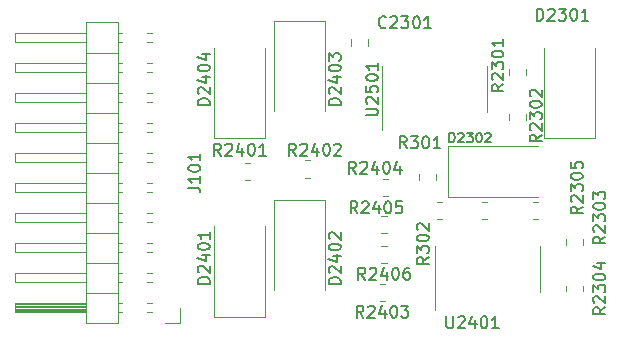
<source format=gbr>
G04 #@! TF.GenerationSoftware,KiCad,Pcbnew,8.0.0-rc2-192-gade987c101*
G04 #@! TF.CreationDate,2024-01-30T18:43:21+01:00*
G04 #@! TF.ProjectId,xDuinoRail-Breakout-RailcomDetect,78447569-6e6f-4526-9169-6c2d42726561,rev?*
G04 #@! TF.SameCoordinates,Original*
G04 #@! TF.FileFunction,Legend,Top*
G04 #@! TF.FilePolarity,Positive*
%FSLAX46Y46*%
G04 Gerber Fmt 4.6, Leading zero omitted, Abs format (unit mm)*
G04 Created by KiCad (PCBNEW 8.0.0-rc2-192-gade987c101) date 2024-01-30 18:43:21*
%MOMM*%
%LPD*%
G01*
G04 APERTURE LIST*
%ADD10C,0.150000*%
%ADD11C,0.120000*%
G04 APERTURE END LIST*
D10*
X157789761Y-114499819D02*
X157456428Y-114023628D01*
X157218333Y-114499819D02*
X157218333Y-113499819D01*
X157218333Y-113499819D02*
X157599285Y-113499819D01*
X157599285Y-113499819D02*
X157694523Y-113547438D01*
X157694523Y-113547438D02*
X157742142Y-113595057D01*
X157742142Y-113595057D02*
X157789761Y-113690295D01*
X157789761Y-113690295D02*
X157789761Y-113833152D01*
X157789761Y-113833152D02*
X157742142Y-113928390D01*
X157742142Y-113928390D02*
X157694523Y-113976009D01*
X157694523Y-113976009D02*
X157599285Y-114023628D01*
X157599285Y-114023628D02*
X157218333Y-114023628D01*
X158170714Y-113595057D02*
X158218333Y-113547438D01*
X158218333Y-113547438D02*
X158313571Y-113499819D01*
X158313571Y-113499819D02*
X158551666Y-113499819D01*
X158551666Y-113499819D02*
X158646904Y-113547438D01*
X158646904Y-113547438D02*
X158694523Y-113595057D01*
X158694523Y-113595057D02*
X158742142Y-113690295D01*
X158742142Y-113690295D02*
X158742142Y-113785533D01*
X158742142Y-113785533D02*
X158694523Y-113928390D01*
X158694523Y-113928390D02*
X158123095Y-114499819D01*
X158123095Y-114499819D02*
X158742142Y-114499819D01*
X159599285Y-113833152D02*
X159599285Y-114499819D01*
X159361190Y-113452200D02*
X159123095Y-114166485D01*
X159123095Y-114166485D02*
X159742142Y-114166485D01*
X160313571Y-113499819D02*
X160408809Y-113499819D01*
X160408809Y-113499819D02*
X160504047Y-113547438D01*
X160504047Y-113547438D02*
X160551666Y-113595057D01*
X160551666Y-113595057D02*
X160599285Y-113690295D01*
X160599285Y-113690295D02*
X160646904Y-113880771D01*
X160646904Y-113880771D02*
X160646904Y-114118866D01*
X160646904Y-114118866D02*
X160599285Y-114309342D01*
X160599285Y-114309342D02*
X160551666Y-114404580D01*
X160551666Y-114404580D02*
X160504047Y-114452200D01*
X160504047Y-114452200D02*
X160408809Y-114499819D01*
X160408809Y-114499819D02*
X160313571Y-114499819D01*
X160313571Y-114499819D02*
X160218333Y-114452200D01*
X160218333Y-114452200D02*
X160170714Y-114404580D01*
X160170714Y-114404580D02*
X160123095Y-114309342D01*
X160123095Y-114309342D02*
X160075476Y-114118866D01*
X160075476Y-114118866D02*
X160075476Y-113880771D01*
X160075476Y-113880771D02*
X160123095Y-113690295D01*
X160123095Y-113690295D02*
X160170714Y-113595057D01*
X160170714Y-113595057D02*
X160218333Y-113547438D01*
X160218333Y-113547438D02*
X160313571Y-113499819D01*
X160980238Y-113499819D02*
X161599285Y-113499819D01*
X161599285Y-113499819D02*
X161265952Y-113880771D01*
X161265952Y-113880771D02*
X161408809Y-113880771D01*
X161408809Y-113880771D02*
X161504047Y-113928390D01*
X161504047Y-113928390D02*
X161551666Y-113976009D01*
X161551666Y-113976009D02*
X161599285Y-114071247D01*
X161599285Y-114071247D02*
X161599285Y-114309342D01*
X161599285Y-114309342D02*
X161551666Y-114404580D01*
X161551666Y-114404580D02*
X161504047Y-114452200D01*
X161504047Y-114452200D02*
X161408809Y-114499819D01*
X161408809Y-114499819D02*
X161123095Y-114499819D01*
X161123095Y-114499819D02*
X161027857Y-114452200D01*
X161027857Y-114452200D02*
X160980238Y-114404580D01*
X152074761Y-100784819D02*
X151741428Y-100308628D01*
X151503333Y-100784819D02*
X151503333Y-99784819D01*
X151503333Y-99784819D02*
X151884285Y-99784819D01*
X151884285Y-99784819D02*
X151979523Y-99832438D01*
X151979523Y-99832438D02*
X152027142Y-99880057D01*
X152027142Y-99880057D02*
X152074761Y-99975295D01*
X152074761Y-99975295D02*
X152074761Y-100118152D01*
X152074761Y-100118152D02*
X152027142Y-100213390D01*
X152027142Y-100213390D02*
X151979523Y-100261009D01*
X151979523Y-100261009D02*
X151884285Y-100308628D01*
X151884285Y-100308628D02*
X151503333Y-100308628D01*
X152455714Y-99880057D02*
X152503333Y-99832438D01*
X152503333Y-99832438D02*
X152598571Y-99784819D01*
X152598571Y-99784819D02*
X152836666Y-99784819D01*
X152836666Y-99784819D02*
X152931904Y-99832438D01*
X152931904Y-99832438D02*
X152979523Y-99880057D01*
X152979523Y-99880057D02*
X153027142Y-99975295D01*
X153027142Y-99975295D02*
X153027142Y-100070533D01*
X153027142Y-100070533D02*
X152979523Y-100213390D01*
X152979523Y-100213390D02*
X152408095Y-100784819D01*
X152408095Y-100784819D02*
X153027142Y-100784819D01*
X153884285Y-100118152D02*
X153884285Y-100784819D01*
X153646190Y-99737200D02*
X153408095Y-100451485D01*
X153408095Y-100451485D02*
X154027142Y-100451485D01*
X154598571Y-99784819D02*
X154693809Y-99784819D01*
X154693809Y-99784819D02*
X154789047Y-99832438D01*
X154789047Y-99832438D02*
X154836666Y-99880057D01*
X154836666Y-99880057D02*
X154884285Y-99975295D01*
X154884285Y-99975295D02*
X154931904Y-100165771D01*
X154931904Y-100165771D02*
X154931904Y-100403866D01*
X154931904Y-100403866D02*
X154884285Y-100594342D01*
X154884285Y-100594342D02*
X154836666Y-100689580D01*
X154836666Y-100689580D02*
X154789047Y-100737200D01*
X154789047Y-100737200D02*
X154693809Y-100784819D01*
X154693809Y-100784819D02*
X154598571Y-100784819D01*
X154598571Y-100784819D02*
X154503333Y-100737200D01*
X154503333Y-100737200D02*
X154455714Y-100689580D01*
X154455714Y-100689580D02*
X154408095Y-100594342D01*
X154408095Y-100594342D02*
X154360476Y-100403866D01*
X154360476Y-100403866D02*
X154360476Y-100165771D01*
X154360476Y-100165771D02*
X154408095Y-99975295D01*
X154408095Y-99975295D02*
X154455714Y-99880057D01*
X154455714Y-99880057D02*
X154503333Y-99832438D01*
X154503333Y-99832438D02*
X154598571Y-99784819D01*
X155312857Y-99880057D02*
X155360476Y-99832438D01*
X155360476Y-99832438D02*
X155455714Y-99784819D01*
X155455714Y-99784819D02*
X155693809Y-99784819D01*
X155693809Y-99784819D02*
X155789047Y-99832438D01*
X155789047Y-99832438D02*
X155836666Y-99880057D01*
X155836666Y-99880057D02*
X155884285Y-99975295D01*
X155884285Y-99975295D02*
X155884285Y-100070533D01*
X155884285Y-100070533D02*
X155836666Y-100213390D01*
X155836666Y-100213390D02*
X155265238Y-100784819D01*
X155265238Y-100784819D02*
X155884285Y-100784819D01*
X178254819Y-113631307D02*
X177778628Y-113964640D01*
X178254819Y-114202735D02*
X177254819Y-114202735D01*
X177254819Y-114202735D02*
X177254819Y-113821783D01*
X177254819Y-113821783D02*
X177302438Y-113726545D01*
X177302438Y-113726545D02*
X177350057Y-113678926D01*
X177350057Y-113678926D02*
X177445295Y-113631307D01*
X177445295Y-113631307D02*
X177588152Y-113631307D01*
X177588152Y-113631307D02*
X177683390Y-113678926D01*
X177683390Y-113678926D02*
X177731009Y-113726545D01*
X177731009Y-113726545D02*
X177778628Y-113821783D01*
X177778628Y-113821783D02*
X177778628Y-114202735D01*
X177350057Y-113250354D02*
X177302438Y-113202735D01*
X177302438Y-113202735D02*
X177254819Y-113107497D01*
X177254819Y-113107497D02*
X177254819Y-112869402D01*
X177254819Y-112869402D02*
X177302438Y-112774164D01*
X177302438Y-112774164D02*
X177350057Y-112726545D01*
X177350057Y-112726545D02*
X177445295Y-112678926D01*
X177445295Y-112678926D02*
X177540533Y-112678926D01*
X177540533Y-112678926D02*
X177683390Y-112726545D01*
X177683390Y-112726545D02*
X178254819Y-113297973D01*
X178254819Y-113297973D02*
X178254819Y-112678926D01*
X177254819Y-112345592D02*
X177254819Y-111726545D01*
X177254819Y-111726545D02*
X177635771Y-112059878D01*
X177635771Y-112059878D02*
X177635771Y-111917021D01*
X177635771Y-111917021D02*
X177683390Y-111821783D01*
X177683390Y-111821783D02*
X177731009Y-111774164D01*
X177731009Y-111774164D02*
X177826247Y-111726545D01*
X177826247Y-111726545D02*
X178064342Y-111726545D01*
X178064342Y-111726545D02*
X178159580Y-111774164D01*
X178159580Y-111774164D02*
X178207200Y-111821783D01*
X178207200Y-111821783D02*
X178254819Y-111917021D01*
X178254819Y-111917021D02*
X178254819Y-112202735D01*
X178254819Y-112202735D02*
X178207200Y-112297973D01*
X178207200Y-112297973D02*
X178159580Y-112345592D01*
X177254819Y-111107497D02*
X177254819Y-111012259D01*
X177254819Y-111012259D02*
X177302438Y-110917021D01*
X177302438Y-110917021D02*
X177350057Y-110869402D01*
X177350057Y-110869402D02*
X177445295Y-110821783D01*
X177445295Y-110821783D02*
X177635771Y-110774164D01*
X177635771Y-110774164D02*
X177873866Y-110774164D01*
X177873866Y-110774164D02*
X178064342Y-110821783D01*
X178064342Y-110821783D02*
X178159580Y-110869402D01*
X178159580Y-110869402D02*
X178207200Y-110917021D01*
X178207200Y-110917021D02*
X178254819Y-111012259D01*
X178254819Y-111012259D02*
X178254819Y-111107497D01*
X178254819Y-111107497D02*
X178207200Y-111202735D01*
X178207200Y-111202735D02*
X178159580Y-111250354D01*
X178159580Y-111250354D02*
X178064342Y-111297973D01*
X178064342Y-111297973D02*
X177873866Y-111345592D01*
X177873866Y-111345592D02*
X177635771Y-111345592D01*
X177635771Y-111345592D02*
X177445295Y-111297973D01*
X177445295Y-111297973D02*
X177350057Y-111250354D01*
X177350057Y-111250354D02*
X177302438Y-111202735D01*
X177302438Y-111202735D02*
X177254819Y-111107497D01*
X177588152Y-109917021D02*
X178254819Y-109917021D01*
X177207200Y-110155116D02*
X177921485Y-110393211D01*
X177921485Y-110393211D02*
X177921485Y-109774164D01*
X172458333Y-89354819D02*
X172458333Y-88354819D01*
X172458333Y-88354819D02*
X172696428Y-88354819D01*
X172696428Y-88354819D02*
X172839285Y-88402438D01*
X172839285Y-88402438D02*
X172934523Y-88497676D01*
X172934523Y-88497676D02*
X172982142Y-88592914D01*
X172982142Y-88592914D02*
X173029761Y-88783390D01*
X173029761Y-88783390D02*
X173029761Y-88926247D01*
X173029761Y-88926247D02*
X172982142Y-89116723D01*
X172982142Y-89116723D02*
X172934523Y-89211961D01*
X172934523Y-89211961D02*
X172839285Y-89307200D01*
X172839285Y-89307200D02*
X172696428Y-89354819D01*
X172696428Y-89354819D02*
X172458333Y-89354819D01*
X173410714Y-88450057D02*
X173458333Y-88402438D01*
X173458333Y-88402438D02*
X173553571Y-88354819D01*
X173553571Y-88354819D02*
X173791666Y-88354819D01*
X173791666Y-88354819D02*
X173886904Y-88402438D01*
X173886904Y-88402438D02*
X173934523Y-88450057D01*
X173934523Y-88450057D02*
X173982142Y-88545295D01*
X173982142Y-88545295D02*
X173982142Y-88640533D01*
X173982142Y-88640533D02*
X173934523Y-88783390D01*
X173934523Y-88783390D02*
X173363095Y-89354819D01*
X173363095Y-89354819D02*
X173982142Y-89354819D01*
X174315476Y-88354819D02*
X174934523Y-88354819D01*
X174934523Y-88354819D02*
X174601190Y-88735771D01*
X174601190Y-88735771D02*
X174744047Y-88735771D01*
X174744047Y-88735771D02*
X174839285Y-88783390D01*
X174839285Y-88783390D02*
X174886904Y-88831009D01*
X174886904Y-88831009D02*
X174934523Y-88926247D01*
X174934523Y-88926247D02*
X174934523Y-89164342D01*
X174934523Y-89164342D02*
X174886904Y-89259580D01*
X174886904Y-89259580D02*
X174839285Y-89307200D01*
X174839285Y-89307200D02*
X174744047Y-89354819D01*
X174744047Y-89354819D02*
X174458333Y-89354819D01*
X174458333Y-89354819D02*
X174363095Y-89307200D01*
X174363095Y-89307200D02*
X174315476Y-89259580D01*
X175553571Y-88354819D02*
X175648809Y-88354819D01*
X175648809Y-88354819D02*
X175744047Y-88402438D01*
X175744047Y-88402438D02*
X175791666Y-88450057D01*
X175791666Y-88450057D02*
X175839285Y-88545295D01*
X175839285Y-88545295D02*
X175886904Y-88735771D01*
X175886904Y-88735771D02*
X175886904Y-88973866D01*
X175886904Y-88973866D02*
X175839285Y-89164342D01*
X175839285Y-89164342D02*
X175791666Y-89259580D01*
X175791666Y-89259580D02*
X175744047Y-89307200D01*
X175744047Y-89307200D02*
X175648809Y-89354819D01*
X175648809Y-89354819D02*
X175553571Y-89354819D01*
X175553571Y-89354819D02*
X175458333Y-89307200D01*
X175458333Y-89307200D02*
X175410714Y-89259580D01*
X175410714Y-89259580D02*
X175363095Y-89164342D01*
X175363095Y-89164342D02*
X175315476Y-88973866D01*
X175315476Y-88973866D02*
X175315476Y-88735771D01*
X175315476Y-88735771D02*
X175363095Y-88545295D01*
X175363095Y-88545295D02*
X175410714Y-88450057D01*
X175410714Y-88450057D02*
X175458333Y-88402438D01*
X175458333Y-88402438D02*
X175553571Y-88354819D01*
X176839285Y-89354819D02*
X176267857Y-89354819D01*
X176553571Y-89354819D02*
X176553571Y-88354819D01*
X176553571Y-88354819D02*
X176458333Y-88497676D01*
X176458333Y-88497676D02*
X176363095Y-88592914D01*
X176363095Y-88592914D02*
X176267857Y-88640533D01*
X161440952Y-100149819D02*
X161107619Y-99673628D01*
X160869524Y-100149819D02*
X160869524Y-99149819D01*
X160869524Y-99149819D02*
X161250476Y-99149819D01*
X161250476Y-99149819D02*
X161345714Y-99197438D01*
X161345714Y-99197438D02*
X161393333Y-99245057D01*
X161393333Y-99245057D02*
X161440952Y-99340295D01*
X161440952Y-99340295D02*
X161440952Y-99483152D01*
X161440952Y-99483152D02*
X161393333Y-99578390D01*
X161393333Y-99578390D02*
X161345714Y-99626009D01*
X161345714Y-99626009D02*
X161250476Y-99673628D01*
X161250476Y-99673628D02*
X160869524Y-99673628D01*
X161774286Y-99149819D02*
X162393333Y-99149819D01*
X162393333Y-99149819D02*
X162060000Y-99530771D01*
X162060000Y-99530771D02*
X162202857Y-99530771D01*
X162202857Y-99530771D02*
X162298095Y-99578390D01*
X162298095Y-99578390D02*
X162345714Y-99626009D01*
X162345714Y-99626009D02*
X162393333Y-99721247D01*
X162393333Y-99721247D02*
X162393333Y-99959342D01*
X162393333Y-99959342D02*
X162345714Y-100054580D01*
X162345714Y-100054580D02*
X162298095Y-100102200D01*
X162298095Y-100102200D02*
X162202857Y-100149819D01*
X162202857Y-100149819D02*
X161917143Y-100149819D01*
X161917143Y-100149819D02*
X161821905Y-100102200D01*
X161821905Y-100102200D02*
X161774286Y-100054580D01*
X163012381Y-99149819D02*
X163107619Y-99149819D01*
X163107619Y-99149819D02*
X163202857Y-99197438D01*
X163202857Y-99197438D02*
X163250476Y-99245057D01*
X163250476Y-99245057D02*
X163298095Y-99340295D01*
X163298095Y-99340295D02*
X163345714Y-99530771D01*
X163345714Y-99530771D02*
X163345714Y-99768866D01*
X163345714Y-99768866D02*
X163298095Y-99959342D01*
X163298095Y-99959342D02*
X163250476Y-100054580D01*
X163250476Y-100054580D02*
X163202857Y-100102200D01*
X163202857Y-100102200D02*
X163107619Y-100149819D01*
X163107619Y-100149819D02*
X163012381Y-100149819D01*
X163012381Y-100149819D02*
X162917143Y-100102200D01*
X162917143Y-100102200D02*
X162869524Y-100054580D01*
X162869524Y-100054580D02*
X162821905Y-99959342D01*
X162821905Y-99959342D02*
X162774286Y-99768866D01*
X162774286Y-99768866D02*
X162774286Y-99530771D01*
X162774286Y-99530771D02*
X162821905Y-99340295D01*
X162821905Y-99340295D02*
X162869524Y-99245057D01*
X162869524Y-99245057D02*
X162917143Y-99197438D01*
X162917143Y-99197438D02*
X163012381Y-99149819D01*
X164298095Y-100149819D02*
X163726667Y-100149819D01*
X164012381Y-100149819D02*
X164012381Y-99149819D01*
X164012381Y-99149819D02*
X163917143Y-99292676D01*
X163917143Y-99292676D02*
X163821905Y-99387914D01*
X163821905Y-99387914D02*
X163726667Y-99435533D01*
X157936961Y-111281319D02*
X157603628Y-110805128D01*
X157365533Y-111281319D02*
X157365533Y-110281319D01*
X157365533Y-110281319D02*
X157746485Y-110281319D01*
X157746485Y-110281319D02*
X157841723Y-110328938D01*
X157841723Y-110328938D02*
X157889342Y-110376557D01*
X157889342Y-110376557D02*
X157936961Y-110471795D01*
X157936961Y-110471795D02*
X157936961Y-110614652D01*
X157936961Y-110614652D02*
X157889342Y-110709890D01*
X157889342Y-110709890D02*
X157841723Y-110757509D01*
X157841723Y-110757509D02*
X157746485Y-110805128D01*
X157746485Y-110805128D02*
X157365533Y-110805128D01*
X158317914Y-110376557D02*
X158365533Y-110328938D01*
X158365533Y-110328938D02*
X158460771Y-110281319D01*
X158460771Y-110281319D02*
X158698866Y-110281319D01*
X158698866Y-110281319D02*
X158794104Y-110328938D01*
X158794104Y-110328938D02*
X158841723Y-110376557D01*
X158841723Y-110376557D02*
X158889342Y-110471795D01*
X158889342Y-110471795D02*
X158889342Y-110567033D01*
X158889342Y-110567033D02*
X158841723Y-110709890D01*
X158841723Y-110709890D02*
X158270295Y-111281319D01*
X158270295Y-111281319D02*
X158889342Y-111281319D01*
X159746485Y-110614652D02*
X159746485Y-111281319D01*
X159508390Y-110233700D02*
X159270295Y-110947985D01*
X159270295Y-110947985D02*
X159889342Y-110947985D01*
X160460771Y-110281319D02*
X160556009Y-110281319D01*
X160556009Y-110281319D02*
X160651247Y-110328938D01*
X160651247Y-110328938D02*
X160698866Y-110376557D01*
X160698866Y-110376557D02*
X160746485Y-110471795D01*
X160746485Y-110471795D02*
X160794104Y-110662271D01*
X160794104Y-110662271D02*
X160794104Y-110900366D01*
X160794104Y-110900366D02*
X160746485Y-111090842D01*
X160746485Y-111090842D02*
X160698866Y-111186080D01*
X160698866Y-111186080D02*
X160651247Y-111233700D01*
X160651247Y-111233700D02*
X160556009Y-111281319D01*
X160556009Y-111281319D02*
X160460771Y-111281319D01*
X160460771Y-111281319D02*
X160365533Y-111233700D01*
X160365533Y-111233700D02*
X160317914Y-111186080D01*
X160317914Y-111186080D02*
X160270295Y-111090842D01*
X160270295Y-111090842D02*
X160222676Y-110900366D01*
X160222676Y-110900366D02*
X160222676Y-110662271D01*
X160222676Y-110662271D02*
X160270295Y-110471795D01*
X160270295Y-110471795D02*
X160317914Y-110376557D01*
X160317914Y-110376557D02*
X160365533Y-110328938D01*
X160365533Y-110328938D02*
X160460771Y-110281319D01*
X161651247Y-110281319D02*
X161460771Y-110281319D01*
X161460771Y-110281319D02*
X161365533Y-110328938D01*
X161365533Y-110328938D02*
X161317914Y-110376557D01*
X161317914Y-110376557D02*
X161222676Y-110519414D01*
X161222676Y-110519414D02*
X161175057Y-110709890D01*
X161175057Y-110709890D02*
X161175057Y-111090842D01*
X161175057Y-111090842D02*
X161222676Y-111186080D01*
X161222676Y-111186080D02*
X161270295Y-111233700D01*
X161270295Y-111233700D02*
X161365533Y-111281319D01*
X161365533Y-111281319D02*
X161556009Y-111281319D01*
X161556009Y-111281319D02*
X161651247Y-111233700D01*
X161651247Y-111233700D02*
X161698866Y-111186080D01*
X161698866Y-111186080D02*
X161746485Y-111090842D01*
X161746485Y-111090842D02*
X161746485Y-110852747D01*
X161746485Y-110852747D02*
X161698866Y-110757509D01*
X161698866Y-110757509D02*
X161651247Y-110709890D01*
X161651247Y-110709890D02*
X161556009Y-110662271D01*
X161556009Y-110662271D02*
X161365533Y-110662271D01*
X161365533Y-110662271D02*
X161270295Y-110709890D01*
X161270295Y-110709890D02*
X161222676Y-110757509D01*
X161222676Y-110757509D02*
X161175057Y-110852747D01*
X163307703Y-109372217D02*
X162831512Y-109705550D01*
X163307703Y-109943645D02*
X162307703Y-109943645D01*
X162307703Y-109943645D02*
X162307703Y-109562693D01*
X162307703Y-109562693D02*
X162355322Y-109467455D01*
X162355322Y-109467455D02*
X162402941Y-109419836D01*
X162402941Y-109419836D02*
X162498179Y-109372217D01*
X162498179Y-109372217D02*
X162641036Y-109372217D01*
X162641036Y-109372217D02*
X162736274Y-109419836D01*
X162736274Y-109419836D02*
X162783893Y-109467455D01*
X162783893Y-109467455D02*
X162831512Y-109562693D01*
X162831512Y-109562693D02*
X162831512Y-109943645D01*
X162307703Y-109038883D02*
X162307703Y-108419836D01*
X162307703Y-108419836D02*
X162688655Y-108753169D01*
X162688655Y-108753169D02*
X162688655Y-108610312D01*
X162688655Y-108610312D02*
X162736274Y-108515074D01*
X162736274Y-108515074D02*
X162783893Y-108467455D01*
X162783893Y-108467455D02*
X162879131Y-108419836D01*
X162879131Y-108419836D02*
X163117226Y-108419836D01*
X163117226Y-108419836D02*
X163212464Y-108467455D01*
X163212464Y-108467455D02*
X163260084Y-108515074D01*
X163260084Y-108515074D02*
X163307703Y-108610312D01*
X163307703Y-108610312D02*
X163307703Y-108896026D01*
X163307703Y-108896026D02*
X163260084Y-108991264D01*
X163260084Y-108991264D02*
X163212464Y-109038883D01*
X162307703Y-107800788D02*
X162307703Y-107705550D01*
X162307703Y-107705550D02*
X162355322Y-107610312D01*
X162355322Y-107610312D02*
X162402941Y-107562693D01*
X162402941Y-107562693D02*
X162498179Y-107515074D01*
X162498179Y-107515074D02*
X162688655Y-107467455D01*
X162688655Y-107467455D02*
X162926750Y-107467455D01*
X162926750Y-107467455D02*
X163117226Y-107515074D01*
X163117226Y-107515074D02*
X163212464Y-107562693D01*
X163212464Y-107562693D02*
X163260084Y-107610312D01*
X163260084Y-107610312D02*
X163307703Y-107705550D01*
X163307703Y-107705550D02*
X163307703Y-107800788D01*
X163307703Y-107800788D02*
X163260084Y-107896026D01*
X163260084Y-107896026D02*
X163212464Y-107943645D01*
X163212464Y-107943645D02*
X163117226Y-107991264D01*
X163117226Y-107991264D02*
X162926750Y-108038883D01*
X162926750Y-108038883D02*
X162688655Y-108038883D01*
X162688655Y-108038883D02*
X162498179Y-107991264D01*
X162498179Y-107991264D02*
X162402941Y-107943645D01*
X162402941Y-107943645D02*
X162355322Y-107896026D01*
X162355322Y-107896026D02*
X162307703Y-107800788D01*
X162402941Y-107086502D02*
X162355322Y-107038883D01*
X162355322Y-107038883D02*
X162307703Y-106943645D01*
X162307703Y-106943645D02*
X162307703Y-106705550D01*
X162307703Y-106705550D02*
X162355322Y-106610312D01*
X162355322Y-106610312D02*
X162402941Y-106562693D01*
X162402941Y-106562693D02*
X162498179Y-106515074D01*
X162498179Y-106515074D02*
X162593417Y-106515074D01*
X162593417Y-106515074D02*
X162736274Y-106562693D01*
X162736274Y-106562693D02*
X163307703Y-107134121D01*
X163307703Y-107134121D02*
X163307703Y-106515074D01*
X155854819Y-96506666D02*
X154854819Y-96506666D01*
X154854819Y-96506666D02*
X154854819Y-96268571D01*
X154854819Y-96268571D02*
X154902438Y-96125714D01*
X154902438Y-96125714D02*
X154997676Y-96030476D01*
X154997676Y-96030476D02*
X155092914Y-95982857D01*
X155092914Y-95982857D02*
X155283390Y-95935238D01*
X155283390Y-95935238D02*
X155426247Y-95935238D01*
X155426247Y-95935238D02*
X155616723Y-95982857D01*
X155616723Y-95982857D02*
X155711961Y-96030476D01*
X155711961Y-96030476D02*
X155807200Y-96125714D01*
X155807200Y-96125714D02*
X155854819Y-96268571D01*
X155854819Y-96268571D02*
X155854819Y-96506666D01*
X154950057Y-95554285D02*
X154902438Y-95506666D01*
X154902438Y-95506666D02*
X154854819Y-95411428D01*
X154854819Y-95411428D02*
X154854819Y-95173333D01*
X154854819Y-95173333D02*
X154902438Y-95078095D01*
X154902438Y-95078095D02*
X154950057Y-95030476D01*
X154950057Y-95030476D02*
X155045295Y-94982857D01*
X155045295Y-94982857D02*
X155140533Y-94982857D01*
X155140533Y-94982857D02*
X155283390Y-95030476D01*
X155283390Y-95030476D02*
X155854819Y-95601904D01*
X155854819Y-95601904D02*
X155854819Y-94982857D01*
X155188152Y-94125714D02*
X155854819Y-94125714D01*
X154807200Y-94363809D02*
X155521485Y-94601904D01*
X155521485Y-94601904D02*
X155521485Y-93982857D01*
X154854819Y-93411428D02*
X154854819Y-93316190D01*
X154854819Y-93316190D02*
X154902438Y-93220952D01*
X154902438Y-93220952D02*
X154950057Y-93173333D01*
X154950057Y-93173333D02*
X155045295Y-93125714D01*
X155045295Y-93125714D02*
X155235771Y-93078095D01*
X155235771Y-93078095D02*
X155473866Y-93078095D01*
X155473866Y-93078095D02*
X155664342Y-93125714D01*
X155664342Y-93125714D02*
X155759580Y-93173333D01*
X155759580Y-93173333D02*
X155807200Y-93220952D01*
X155807200Y-93220952D02*
X155854819Y-93316190D01*
X155854819Y-93316190D02*
X155854819Y-93411428D01*
X155854819Y-93411428D02*
X155807200Y-93506666D01*
X155807200Y-93506666D02*
X155759580Y-93554285D01*
X155759580Y-93554285D02*
X155664342Y-93601904D01*
X155664342Y-93601904D02*
X155473866Y-93649523D01*
X155473866Y-93649523D02*
X155235771Y-93649523D01*
X155235771Y-93649523D02*
X155045295Y-93601904D01*
X155045295Y-93601904D02*
X154950057Y-93554285D01*
X154950057Y-93554285D02*
X154902438Y-93506666D01*
X154902438Y-93506666D02*
X154854819Y-93411428D01*
X154854819Y-92744761D02*
X154854819Y-92125714D01*
X154854819Y-92125714D02*
X155235771Y-92459047D01*
X155235771Y-92459047D02*
X155235771Y-92316190D01*
X155235771Y-92316190D02*
X155283390Y-92220952D01*
X155283390Y-92220952D02*
X155331009Y-92173333D01*
X155331009Y-92173333D02*
X155426247Y-92125714D01*
X155426247Y-92125714D02*
X155664342Y-92125714D01*
X155664342Y-92125714D02*
X155759580Y-92173333D01*
X155759580Y-92173333D02*
X155807200Y-92220952D01*
X155807200Y-92220952D02*
X155854819Y-92316190D01*
X155854819Y-92316190D02*
X155854819Y-92601904D01*
X155854819Y-92601904D02*
X155807200Y-92697142D01*
X155807200Y-92697142D02*
X155759580Y-92744761D01*
X178254819Y-107640238D02*
X177778628Y-107973571D01*
X178254819Y-108211666D02*
X177254819Y-108211666D01*
X177254819Y-108211666D02*
X177254819Y-107830714D01*
X177254819Y-107830714D02*
X177302438Y-107735476D01*
X177302438Y-107735476D02*
X177350057Y-107687857D01*
X177350057Y-107687857D02*
X177445295Y-107640238D01*
X177445295Y-107640238D02*
X177588152Y-107640238D01*
X177588152Y-107640238D02*
X177683390Y-107687857D01*
X177683390Y-107687857D02*
X177731009Y-107735476D01*
X177731009Y-107735476D02*
X177778628Y-107830714D01*
X177778628Y-107830714D02*
X177778628Y-108211666D01*
X177350057Y-107259285D02*
X177302438Y-107211666D01*
X177302438Y-107211666D02*
X177254819Y-107116428D01*
X177254819Y-107116428D02*
X177254819Y-106878333D01*
X177254819Y-106878333D02*
X177302438Y-106783095D01*
X177302438Y-106783095D02*
X177350057Y-106735476D01*
X177350057Y-106735476D02*
X177445295Y-106687857D01*
X177445295Y-106687857D02*
X177540533Y-106687857D01*
X177540533Y-106687857D02*
X177683390Y-106735476D01*
X177683390Y-106735476D02*
X178254819Y-107306904D01*
X178254819Y-107306904D02*
X178254819Y-106687857D01*
X177254819Y-106354523D02*
X177254819Y-105735476D01*
X177254819Y-105735476D02*
X177635771Y-106068809D01*
X177635771Y-106068809D02*
X177635771Y-105925952D01*
X177635771Y-105925952D02*
X177683390Y-105830714D01*
X177683390Y-105830714D02*
X177731009Y-105783095D01*
X177731009Y-105783095D02*
X177826247Y-105735476D01*
X177826247Y-105735476D02*
X178064342Y-105735476D01*
X178064342Y-105735476D02*
X178159580Y-105783095D01*
X178159580Y-105783095D02*
X178207200Y-105830714D01*
X178207200Y-105830714D02*
X178254819Y-105925952D01*
X178254819Y-105925952D02*
X178254819Y-106211666D01*
X178254819Y-106211666D02*
X178207200Y-106306904D01*
X178207200Y-106306904D02*
X178159580Y-106354523D01*
X177254819Y-105116428D02*
X177254819Y-105021190D01*
X177254819Y-105021190D02*
X177302438Y-104925952D01*
X177302438Y-104925952D02*
X177350057Y-104878333D01*
X177350057Y-104878333D02*
X177445295Y-104830714D01*
X177445295Y-104830714D02*
X177635771Y-104783095D01*
X177635771Y-104783095D02*
X177873866Y-104783095D01*
X177873866Y-104783095D02*
X178064342Y-104830714D01*
X178064342Y-104830714D02*
X178159580Y-104878333D01*
X178159580Y-104878333D02*
X178207200Y-104925952D01*
X178207200Y-104925952D02*
X178254819Y-105021190D01*
X178254819Y-105021190D02*
X178254819Y-105116428D01*
X178254819Y-105116428D02*
X178207200Y-105211666D01*
X178207200Y-105211666D02*
X178159580Y-105259285D01*
X178159580Y-105259285D02*
X178064342Y-105306904D01*
X178064342Y-105306904D02*
X177873866Y-105354523D01*
X177873866Y-105354523D02*
X177635771Y-105354523D01*
X177635771Y-105354523D02*
X177445295Y-105306904D01*
X177445295Y-105306904D02*
X177350057Y-105259285D01*
X177350057Y-105259285D02*
X177302438Y-105211666D01*
X177302438Y-105211666D02*
X177254819Y-105116428D01*
X177254819Y-104449761D02*
X177254819Y-103830714D01*
X177254819Y-103830714D02*
X177635771Y-104164047D01*
X177635771Y-104164047D02*
X177635771Y-104021190D01*
X177635771Y-104021190D02*
X177683390Y-103925952D01*
X177683390Y-103925952D02*
X177731009Y-103878333D01*
X177731009Y-103878333D02*
X177826247Y-103830714D01*
X177826247Y-103830714D02*
X178064342Y-103830714D01*
X178064342Y-103830714D02*
X178159580Y-103878333D01*
X178159580Y-103878333D02*
X178207200Y-103925952D01*
X178207200Y-103925952D02*
X178254819Y-104021190D01*
X178254819Y-104021190D02*
X178254819Y-104306904D01*
X178254819Y-104306904D02*
X178207200Y-104402142D01*
X178207200Y-104402142D02*
X178159580Y-104449761D01*
X176349819Y-105100238D02*
X175873628Y-105433571D01*
X176349819Y-105671666D02*
X175349819Y-105671666D01*
X175349819Y-105671666D02*
X175349819Y-105290714D01*
X175349819Y-105290714D02*
X175397438Y-105195476D01*
X175397438Y-105195476D02*
X175445057Y-105147857D01*
X175445057Y-105147857D02*
X175540295Y-105100238D01*
X175540295Y-105100238D02*
X175683152Y-105100238D01*
X175683152Y-105100238D02*
X175778390Y-105147857D01*
X175778390Y-105147857D02*
X175826009Y-105195476D01*
X175826009Y-105195476D02*
X175873628Y-105290714D01*
X175873628Y-105290714D02*
X175873628Y-105671666D01*
X175445057Y-104719285D02*
X175397438Y-104671666D01*
X175397438Y-104671666D02*
X175349819Y-104576428D01*
X175349819Y-104576428D02*
X175349819Y-104338333D01*
X175349819Y-104338333D02*
X175397438Y-104243095D01*
X175397438Y-104243095D02*
X175445057Y-104195476D01*
X175445057Y-104195476D02*
X175540295Y-104147857D01*
X175540295Y-104147857D02*
X175635533Y-104147857D01*
X175635533Y-104147857D02*
X175778390Y-104195476D01*
X175778390Y-104195476D02*
X176349819Y-104766904D01*
X176349819Y-104766904D02*
X176349819Y-104147857D01*
X175349819Y-103814523D02*
X175349819Y-103195476D01*
X175349819Y-103195476D02*
X175730771Y-103528809D01*
X175730771Y-103528809D02*
X175730771Y-103385952D01*
X175730771Y-103385952D02*
X175778390Y-103290714D01*
X175778390Y-103290714D02*
X175826009Y-103243095D01*
X175826009Y-103243095D02*
X175921247Y-103195476D01*
X175921247Y-103195476D02*
X176159342Y-103195476D01*
X176159342Y-103195476D02*
X176254580Y-103243095D01*
X176254580Y-103243095D02*
X176302200Y-103290714D01*
X176302200Y-103290714D02*
X176349819Y-103385952D01*
X176349819Y-103385952D02*
X176349819Y-103671666D01*
X176349819Y-103671666D02*
X176302200Y-103766904D01*
X176302200Y-103766904D02*
X176254580Y-103814523D01*
X175349819Y-102576428D02*
X175349819Y-102481190D01*
X175349819Y-102481190D02*
X175397438Y-102385952D01*
X175397438Y-102385952D02*
X175445057Y-102338333D01*
X175445057Y-102338333D02*
X175540295Y-102290714D01*
X175540295Y-102290714D02*
X175730771Y-102243095D01*
X175730771Y-102243095D02*
X175968866Y-102243095D01*
X175968866Y-102243095D02*
X176159342Y-102290714D01*
X176159342Y-102290714D02*
X176254580Y-102338333D01*
X176254580Y-102338333D02*
X176302200Y-102385952D01*
X176302200Y-102385952D02*
X176349819Y-102481190D01*
X176349819Y-102481190D02*
X176349819Y-102576428D01*
X176349819Y-102576428D02*
X176302200Y-102671666D01*
X176302200Y-102671666D02*
X176254580Y-102719285D01*
X176254580Y-102719285D02*
X176159342Y-102766904D01*
X176159342Y-102766904D02*
X175968866Y-102814523D01*
X175968866Y-102814523D02*
X175730771Y-102814523D01*
X175730771Y-102814523D02*
X175540295Y-102766904D01*
X175540295Y-102766904D02*
X175445057Y-102719285D01*
X175445057Y-102719285D02*
X175397438Y-102671666D01*
X175397438Y-102671666D02*
X175349819Y-102576428D01*
X175349819Y-101338333D02*
X175349819Y-101814523D01*
X175349819Y-101814523D02*
X175826009Y-101862142D01*
X175826009Y-101862142D02*
X175778390Y-101814523D01*
X175778390Y-101814523D02*
X175730771Y-101719285D01*
X175730771Y-101719285D02*
X175730771Y-101481190D01*
X175730771Y-101481190D02*
X175778390Y-101385952D01*
X175778390Y-101385952D02*
X175826009Y-101338333D01*
X175826009Y-101338333D02*
X175921247Y-101290714D01*
X175921247Y-101290714D02*
X176159342Y-101290714D01*
X176159342Y-101290714D02*
X176254580Y-101338333D01*
X176254580Y-101338333D02*
X176302200Y-101385952D01*
X176302200Y-101385952D02*
X176349819Y-101481190D01*
X176349819Y-101481190D02*
X176349819Y-101719285D01*
X176349819Y-101719285D02*
X176302200Y-101814523D01*
X176302200Y-101814523D02*
X176254580Y-101862142D01*
X172870289Y-99009330D02*
X172394098Y-99342663D01*
X172870289Y-99580758D02*
X171870289Y-99580758D01*
X171870289Y-99580758D02*
X171870289Y-99199806D01*
X171870289Y-99199806D02*
X171917908Y-99104568D01*
X171917908Y-99104568D02*
X171965527Y-99056949D01*
X171965527Y-99056949D02*
X172060765Y-99009330D01*
X172060765Y-99009330D02*
X172203622Y-99009330D01*
X172203622Y-99009330D02*
X172298860Y-99056949D01*
X172298860Y-99056949D02*
X172346479Y-99104568D01*
X172346479Y-99104568D02*
X172394098Y-99199806D01*
X172394098Y-99199806D02*
X172394098Y-99580758D01*
X171965527Y-98628377D02*
X171917908Y-98580758D01*
X171917908Y-98580758D02*
X171870289Y-98485520D01*
X171870289Y-98485520D02*
X171870289Y-98247425D01*
X171870289Y-98247425D02*
X171917908Y-98152187D01*
X171917908Y-98152187D02*
X171965527Y-98104568D01*
X171965527Y-98104568D02*
X172060765Y-98056949D01*
X172060765Y-98056949D02*
X172156003Y-98056949D01*
X172156003Y-98056949D02*
X172298860Y-98104568D01*
X172298860Y-98104568D02*
X172870289Y-98675996D01*
X172870289Y-98675996D02*
X172870289Y-98056949D01*
X171870289Y-97723615D02*
X171870289Y-97104568D01*
X171870289Y-97104568D02*
X172251241Y-97437901D01*
X172251241Y-97437901D02*
X172251241Y-97295044D01*
X172251241Y-97295044D02*
X172298860Y-97199806D01*
X172298860Y-97199806D02*
X172346479Y-97152187D01*
X172346479Y-97152187D02*
X172441717Y-97104568D01*
X172441717Y-97104568D02*
X172679812Y-97104568D01*
X172679812Y-97104568D02*
X172775050Y-97152187D01*
X172775050Y-97152187D02*
X172822670Y-97199806D01*
X172822670Y-97199806D02*
X172870289Y-97295044D01*
X172870289Y-97295044D02*
X172870289Y-97580758D01*
X172870289Y-97580758D02*
X172822670Y-97675996D01*
X172822670Y-97675996D02*
X172775050Y-97723615D01*
X171870289Y-96485520D02*
X171870289Y-96390282D01*
X171870289Y-96390282D02*
X171917908Y-96295044D01*
X171917908Y-96295044D02*
X171965527Y-96247425D01*
X171965527Y-96247425D02*
X172060765Y-96199806D01*
X172060765Y-96199806D02*
X172251241Y-96152187D01*
X172251241Y-96152187D02*
X172489336Y-96152187D01*
X172489336Y-96152187D02*
X172679812Y-96199806D01*
X172679812Y-96199806D02*
X172775050Y-96247425D01*
X172775050Y-96247425D02*
X172822670Y-96295044D01*
X172822670Y-96295044D02*
X172870289Y-96390282D01*
X172870289Y-96390282D02*
X172870289Y-96485520D01*
X172870289Y-96485520D02*
X172822670Y-96580758D01*
X172822670Y-96580758D02*
X172775050Y-96628377D01*
X172775050Y-96628377D02*
X172679812Y-96675996D01*
X172679812Y-96675996D02*
X172489336Y-96723615D01*
X172489336Y-96723615D02*
X172251241Y-96723615D01*
X172251241Y-96723615D02*
X172060765Y-96675996D01*
X172060765Y-96675996D02*
X171965527Y-96628377D01*
X171965527Y-96628377D02*
X171917908Y-96580758D01*
X171917908Y-96580758D02*
X171870289Y-96485520D01*
X171965527Y-95771234D02*
X171917908Y-95723615D01*
X171917908Y-95723615D02*
X171870289Y-95628377D01*
X171870289Y-95628377D02*
X171870289Y-95390282D01*
X171870289Y-95390282D02*
X171917908Y-95295044D01*
X171917908Y-95295044D02*
X171965527Y-95247425D01*
X171965527Y-95247425D02*
X172060765Y-95199806D01*
X172060765Y-95199806D02*
X172156003Y-95199806D01*
X172156003Y-95199806D02*
X172298860Y-95247425D01*
X172298860Y-95247425D02*
X172870289Y-95818853D01*
X172870289Y-95818853D02*
X172870289Y-95199806D01*
X144774819Y-96506666D02*
X143774819Y-96506666D01*
X143774819Y-96506666D02*
X143774819Y-96268571D01*
X143774819Y-96268571D02*
X143822438Y-96125714D01*
X143822438Y-96125714D02*
X143917676Y-96030476D01*
X143917676Y-96030476D02*
X144012914Y-95982857D01*
X144012914Y-95982857D02*
X144203390Y-95935238D01*
X144203390Y-95935238D02*
X144346247Y-95935238D01*
X144346247Y-95935238D02*
X144536723Y-95982857D01*
X144536723Y-95982857D02*
X144631961Y-96030476D01*
X144631961Y-96030476D02*
X144727200Y-96125714D01*
X144727200Y-96125714D02*
X144774819Y-96268571D01*
X144774819Y-96268571D02*
X144774819Y-96506666D01*
X143870057Y-95554285D02*
X143822438Y-95506666D01*
X143822438Y-95506666D02*
X143774819Y-95411428D01*
X143774819Y-95411428D02*
X143774819Y-95173333D01*
X143774819Y-95173333D02*
X143822438Y-95078095D01*
X143822438Y-95078095D02*
X143870057Y-95030476D01*
X143870057Y-95030476D02*
X143965295Y-94982857D01*
X143965295Y-94982857D02*
X144060533Y-94982857D01*
X144060533Y-94982857D02*
X144203390Y-95030476D01*
X144203390Y-95030476D02*
X144774819Y-95601904D01*
X144774819Y-95601904D02*
X144774819Y-94982857D01*
X144108152Y-94125714D02*
X144774819Y-94125714D01*
X143727200Y-94363809D02*
X144441485Y-94601904D01*
X144441485Y-94601904D02*
X144441485Y-93982857D01*
X143774819Y-93411428D02*
X143774819Y-93316190D01*
X143774819Y-93316190D02*
X143822438Y-93220952D01*
X143822438Y-93220952D02*
X143870057Y-93173333D01*
X143870057Y-93173333D02*
X143965295Y-93125714D01*
X143965295Y-93125714D02*
X144155771Y-93078095D01*
X144155771Y-93078095D02*
X144393866Y-93078095D01*
X144393866Y-93078095D02*
X144584342Y-93125714D01*
X144584342Y-93125714D02*
X144679580Y-93173333D01*
X144679580Y-93173333D02*
X144727200Y-93220952D01*
X144727200Y-93220952D02*
X144774819Y-93316190D01*
X144774819Y-93316190D02*
X144774819Y-93411428D01*
X144774819Y-93411428D02*
X144727200Y-93506666D01*
X144727200Y-93506666D02*
X144679580Y-93554285D01*
X144679580Y-93554285D02*
X144584342Y-93601904D01*
X144584342Y-93601904D02*
X144393866Y-93649523D01*
X144393866Y-93649523D02*
X144155771Y-93649523D01*
X144155771Y-93649523D02*
X143965295Y-93601904D01*
X143965295Y-93601904D02*
X143870057Y-93554285D01*
X143870057Y-93554285D02*
X143822438Y-93506666D01*
X143822438Y-93506666D02*
X143774819Y-93411428D01*
X144108152Y-92220952D02*
X144774819Y-92220952D01*
X143727200Y-92459047D02*
X144441485Y-92697142D01*
X144441485Y-92697142D02*
X144441485Y-92078095D01*
X144774819Y-111616666D02*
X143774819Y-111616666D01*
X143774819Y-111616666D02*
X143774819Y-111378571D01*
X143774819Y-111378571D02*
X143822438Y-111235714D01*
X143822438Y-111235714D02*
X143917676Y-111140476D01*
X143917676Y-111140476D02*
X144012914Y-111092857D01*
X144012914Y-111092857D02*
X144203390Y-111045238D01*
X144203390Y-111045238D02*
X144346247Y-111045238D01*
X144346247Y-111045238D02*
X144536723Y-111092857D01*
X144536723Y-111092857D02*
X144631961Y-111140476D01*
X144631961Y-111140476D02*
X144727200Y-111235714D01*
X144727200Y-111235714D02*
X144774819Y-111378571D01*
X144774819Y-111378571D02*
X144774819Y-111616666D01*
X143870057Y-110664285D02*
X143822438Y-110616666D01*
X143822438Y-110616666D02*
X143774819Y-110521428D01*
X143774819Y-110521428D02*
X143774819Y-110283333D01*
X143774819Y-110283333D02*
X143822438Y-110188095D01*
X143822438Y-110188095D02*
X143870057Y-110140476D01*
X143870057Y-110140476D02*
X143965295Y-110092857D01*
X143965295Y-110092857D02*
X144060533Y-110092857D01*
X144060533Y-110092857D02*
X144203390Y-110140476D01*
X144203390Y-110140476D02*
X144774819Y-110711904D01*
X144774819Y-110711904D02*
X144774819Y-110092857D01*
X144108152Y-109235714D02*
X144774819Y-109235714D01*
X143727200Y-109473809D02*
X144441485Y-109711904D01*
X144441485Y-109711904D02*
X144441485Y-109092857D01*
X143774819Y-108521428D02*
X143774819Y-108426190D01*
X143774819Y-108426190D02*
X143822438Y-108330952D01*
X143822438Y-108330952D02*
X143870057Y-108283333D01*
X143870057Y-108283333D02*
X143965295Y-108235714D01*
X143965295Y-108235714D02*
X144155771Y-108188095D01*
X144155771Y-108188095D02*
X144393866Y-108188095D01*
X144393866Y-108188095D02*
X144584342Y-108235714D01*
X144584342Y-108235714D02*
X144679580Y-108283333D01*
X144679580Y-108283333D02*
X144727200Y-108330952D01*
X144727200Y-108330952D02*
X144774819Y-108426190D01*
X144774819Y-108426190D02*
X144774819Y-108521428D01*
X144774819Y-108521428D02*
X144727200Y-108616666D01*
X144727200Y-108616666D02*
X144679580Y-108664285D01*
X144679580Y-108664285D02*
X144584342Y-108711904D01*
X144584342Y-108711904D02*
X144393866Y-108759523D01*
X144393866Y-108759523D02*
X144155771Y-108759523D01*
X144155771Y-108759523D02*
X143965295Y-108711904D01*
X143965295Y-108711904D02*
X143870057Y-108664285D01*
X143870057Y-108664285D02*
X143822438Y-108616666D01*
X143822438Y-108616666D02*
X143774819Y-108521428D01*
X144774819Y-107235714D02*
X144774819Y-107807142D01*
X144774819Y-107521428D02*
X143774819Y-107521428D01*
X143774819Y-107521428D02*
X143917676Y-107616666D01*
X143917676Y-107616666D02*
X144012914Y-107711904D01*
X144012914Y-107711904D02*
X144060533Y-107807142D01*
X164814524Y-114389819D02*
X164814524Y-115199342D01*
X164814524Y-115199342D02*
X164862143Y-115294580D01*
X164862143Y-115294580D02*
X164909762Y-115342200D01*
X164909762Y-115342200D02*
X165005000Y-115389819D01*
X165005000Y-115389819D02*
X165195476Y-115389819D01*
X165195476Y-115389819D02*
X165290714Y-115342200D01*
X165290714Y-115342200D02*
X165338333Y-115294580D01*
X165338333Y-115294580D02*
X165385952Y-115199342D01*
X165385952Y-115199342D02*
X165385952Y-114389819D01*
X165814524Y-114485057D02*
X165862143Y-114437438D01*
X165862143Y-114437438D02*
X165957381Y-114389819D01*
X165957381Y-114389819D02*
X166195476Y-114389819D01*
X166195476Y-114389819D02*
X166290714Y-114437438D01*
X166290714Y-114437438D02*
X166338333Y-114485057D01*
X166338333Y-114485057D02*
X166385952Y-114580295D01*
X166385952Y-114580295D02*
X166385952Y-114675533D01*
X166385952Y-114675533D02*
X166338333Y-114818390D01*
X166338333Y-114818390D02*
X165766905Y-115389819D01*
X165766905Y-115389819D02*
X166385952Y-115389819D01*
X167243095Y-114723152D02*
X167243095Y-115389819D01*
X167005000Y-114342200D02*
X166766905Y-115056485D01*
X166766905Y-115056485D02*
X167385952Y-115056485D01*
X167957381Y-114389819D02*
X168052619Y-114389819D01*
X168052619Y-114389819D02*
X168147857Y-114437438D01*
X168147857Y-114437438D02*
X168195476Y-114485057D01*
X168195476Y-114485057D02*
X168243095Y-114580295D01*
X168243095Y-114580295D02*
X168290714Y-114770771D01*
X168290714Y-114770771D02*
X168290714Y-115008866D01*
X168290714Y-115008866D02*
X168243095Y-115199342D01*
X168243095Y-115199342D02*
X168195476Y-115294580D01*
X168195476Y-115294580D02*
X168147857Y-115342200D01*
X168147857Y-115342200D02*
X168052619Y-115389819D01*
X168052619Y-115389819D02*
X167957381Y-115389819D01*
X167957381Y-115389819D02*
X167862143Y-115342200D01*
X167862143Y-115342200D02*
X167814524Y-115294580D01*
X167814524Y-115294580D02*
X167766905Y-115199342D01*
X167766905Y-115199342D02*
X167719286Y-115008866D01*
X167719286Y-115008866D02*
X167719286Y-114770771D01*
X167719286Y-114770771D02*
X167766905Y-114580295D01*
X167766905Y-114580295D02*
X167814524Y-114485057D01*
X167814524Y-114485057D02*
X167862143Y-114437438D01*
X167862143Y-114437438D02*
X167957381Y-114389819D01*
X169243095Y-115389819D02*
X168671667Y-115389819D01*
X168957381Y-115389819D02*
X168957381Y-114389819D01*
X168957381Y-114389819D02*
X168862143Y-114532676D01*
X168862143Y-114532676D02*
X168766905Y-114627914D01*
X168766905Y-114627914D02*
X168671667Y-114675533D01*
X157154761Y-102309819D02*
X156821428Y-101833628D01*
X156583333Y-102309819D02*
X156583333Y-101309819D01*
X156583333Y-101309819D02*
X156964285Y-101309819D01*
X156964285Y-101309819D02*
X157059523Y-101357438D01*
X157059523Y-101357438D02*
X157107142Y-101405057D01*
X157107142Y-101405057D02*
X157154761Y-101500295D01*
X157154761Y-101500295D02*
X157154761Y-101643152D01*
X157154761Y-101643152D02*
X157107142Y-101738390D01*
X157107142Y-101738390D02*
X157059523Y-101786009D01*
X157059523Y-101786009D02*
X156964285Y-101833628D01*
X156964285Y-101833628D02*
X156583333Y-101833628D01*
X157535714Y-101405057D02*
X157583333Y-101357438D01*
X157583333Y-101357438D02*
X157678571Y-101309819D01*
X157678571Y-101309819D02*
X157916666Y-101309819D01*
X157916666Y-101309819D02*
X158011904Y-101357438D01*
X158011904Y-101357438D02*
X158059523Y-101405057D01*
X158059523Y-101405057D02*
X158107142Y-101500295D01*
X158107142Y-101500295D02*
X158107142Y-101595533D01*
X158107142Y-101595533D02*
X158059523Y-101738390D01*
X158059523Y-101738390D02*
X157488095Y-102309819D01*
X157488095Y-102309819D02*
X158107142Y-102309819D01*
X158964285Y-101643152D02*
X158964285Y-102309819D01*
X158726190Y-101262200D02*
X158488095Y-101976485D01*
X158488095Y-101976485D02*
X159107142Y-101976485D01*
X159678571Y-101309819D02*
X159773809Y-101309819D01*
X159773809Y-101309819D02*
X159869047Y-101357438D01*
X159869047Y-101357438D02*
X159916666Y-101405057D01*
X159916666Y-101405057D02*
X159964285Y-101500295D01*
X159964285Y-101500295D02*
X160011904Y-101690771D01*
X160011904Y-101690771D02*
X160011904Y-101928866D01*
X160011904Y-101928866D02*
X159964285Y-102119342D01*
X159964285Y-102119342D02*
X159916666Y-102214580D01*
X159916666Y-102214580D02*
X159869047Y-102262200D01*
X159869047Y-102262200D02*
X159773809Y-102309819D01*
X159773809Y-102309819D02*
X159678571Y-102309819D01*
X159678571Y-102309819D02*
X159583333Y-102262200D01*
X159583333Y-102262200D02*
X159535714Y-102214580D01*
X159535714Y-102214580D02*
X159488095Y-102119342D01*
X159488095Y-102119342D02*
X159440476Y-101928866D01*
X159440476Y-101928866D02*
X159440476Y-101690771D01*
X159440476Y-101690771D02*
X159488095Y-101500295D01*
X159488095Y-101500295D02*
X159535714Y-101405057D01*
X159535714Y-101405057D02*
X159583333Y-101357438D01*
X159583333Y-101357438D02*
X159678571Y-101309819D01*
X160869047Y-101643152D02*
X160869047Y-102309819D01*
X160630952Y-101262200D02*
X160392857Y-101976485D01*
X160392857Y-101976485D02*
X161011904Y-101976485D01*
X158004819Y-97375475D02*
X158814342Y-97375475D01*
X158814342Y-97375475D02*
X158909580Y-97327856D01*
X158909580Y-97327856D02*
X158957200Y-97280237D01*
X158957200Y-97280237D02*
X159004819Y-97184999D01*
X159004819Y-97184999D02*
X159004819Y-96994523D01*
X159004819Y-96994523D02*
X158957200Y-96899285D01*
X158957200Y-96899285D02*
X158909580Y-96851666D01*
X158909580Y-96851666D02*
X158814342Y-96804047D01*
X158814342Y-96804047D02*
X158004819Y-96804047D01*
X158100057Y-96375475D02*
X158052438Y-96327856D01*
X158052438Y-96327856D02*
X158004819Y-96232618D01*
X158004819Y-96232618D02*
X158004819Y-95994523D01*
X158004819Y-95994523D02*
X158052438Y-95899285D01*
X158052438Y-95899285D02*
X158100057Y-95851666D01*
X158100057Y-95851666D02*
X158195295Y-95804047D01*
X158195295Y-95804047D02*
X158290533Y-95804047D01*
X158290533Y-95804047D02*
X158433390Y-95851666D01*
X158433390Y-95851666D02*
X159004819Y-96423094D01*
X159004819Y-96423094D02*
X159004819Y-95804047D01*
X158004819Y-94899285D02*
X158004819Y-95375475D01*
X158004819Y-95375475D02*
X158481009Y-95423094D01*
X158481009Y-95423094D02*
X158433390Y-95375475D01*
X158433390Y-95375475D02*
X158385771Y-95280237D01*
X158385771Y-95280237D02*
X158385771Y-95042142D01*
X158385771Y-95042142D02*
X158433390Y-94946904D01*
X158433390Y-94946904D02*
X158481009Y-94899285D01*
X158481009Y-94899285D02*
X158576247Y-94851666D01*
X158576247Y-94851666D02*
X158814342Y-94851666D01*
X158814342Y-94851666D02*
X158909580Y-94899285D01*
X158909580Y-94899285D02*
X158957200Y-94946904D01*
X158957200Y-94946904D02*
X159004819Y-95042142D01*
X159004819Y-95042142D02*
X159004819Y-95280237D01*
X159004819Y-95280237D02*
X158957200Y-95375475D01*
X158957200Y-95375475D02*
X158909580Y-95423094D01*
X158004819Y-94232618D02*
X158004819Y-94137380D01*
X158004819Y-94137380D02*
X158052438Y-94042142D01*
X158052438Y-94042142D02*
X158100057Y-93994523D01*
X158100057Y-93994523D02*
X158195295Y-93946904D01*
X158195295Y-93946904D02*
X158385771Y-93899285D01*
X158385771Y-93899285D02*
X158623866Y-93899285D01*
X158623866Y-93899285D02*
X158814342Y-93946904D01*
X158814342Y-93946904D02*
X158909580Y-93994523D01*
X158909580Y-93994523D02*
X158957200Y-94042142D01*
X158957200Y-94042142D02*
X159004819Y-94137380D01*
X159004819Y-94137380D02*
X159004819Y-94232618D01*
X159004819Y-94232618D02*
X158957200Y-94327856D01*
X158957200Y-94327856D02*
X158909580Y-94375475D01*
X158909580Y-94375475D02*
X158814342Y-94423094D01*
X158814342Y-94423094D02*
X158623866Y-94470713D01*
X158623866Y-94470713D02*
X158385771Y-94470713D01*
X158385771Y-94470713D02*
X158195295Y-94423094D01*
X158195295Y-94423094D02*
X158100057Y-94375475D01*
X158100057Y-94375475D02*
X158052438Y-94327856D01*
X158052438Y-94327856D02*
X158004819Y-94232618D01*
X159004819Y-92946904D02*
X159004819Y-93518332D01*
X159004819Y-93232618D02*
X158004819Y-93232618D01*
X158004819Y-93232618D02*
X158147676Y-93327856D01*
X158147676Y-93327856D02*
X158242914Y-93423094D01*
X158242914Y-93423094D02*
X158290533Y-93518332D01*
X159694761Y-89894580D02*
X159647142Y-89942200D01*
X159647142Y-89942200D02*
X159504285Y-89989819D01*
X159504285Y-89989819D02*
X159409047Y-89989819D01*
X159409047Y-89989819D02*
X159266190Y-89942200D01*
X159266190Y-89942200D02*
X159170952Y-89846961D01*
X159170952Y-89846961D02*
X159123333Y-89751723D01*
X159123333Y-89751723D02*
X159075714Y-89561247D01*
X159075714Y-89561247D02*
X159075714Y-89418390D01*
X159075714Y-89418390D02*
X159123333Y-89227914D01*
X159123333Y-89227914D02*
X159170952Y-89132676D01*
X159170952Y-89132676D02*
X159266190Y-89037438D01*
X159266190Y-89037438D02*
X159409047Y-88989819D01*
X159409047Y-88989819D02*
X159504285Y-88989819D01*
X159504285Y-88989819D02*
X159647142Y-89037438D01*
X159647142Y-89037438D02*
X159694761Y-89085057D01*
X160075714Y-89085057D02*
X160123333Y-89037438D01*
X160123333Y-89037438D02*
X160218571Y-88989819D01*
X160218571Y-88989819D02*
X160456666Y-88989819D01*
X160456666Y-88989819D02*
X160551904Y-89037438D01*
X160551904Y-89037438D02*
X160599523Y-89085057D01*
X160599523Y-89085057D02*
X160647142Y-89180295D01*
X160647142Y-89180295D02*
X160647142Y-89275533D01*
X160647142Y-89275533D02*
X160599523Y-89418390D01*
X160599523Y-89418390D02*
X160028095Y-89989819D01*
X160028095Y-89989819D02*
X160647142Y-89989819D01*
X160980476Y-88989819D02*
X161599523Y-88989819D01*
X161599523Y-88989819D02*
X161266190Y-89370771D01*
X161266190Y-89370771D02*
X161409047Y-89370771D01*
X161409047Y-89370771D02*
X161504285Y-89418390D01*
X161504285Y-89418390D02*
X161551904Y-89466009D01*
X161551904Y-89466009D02*
X161599523Y-89561247D01*
X161599523Y-89561247D02*
X161599523Y-89799342D01*
X161599523Y-89799342D02*
X161551904Y-89894580D01*
X161551904Y-89894580D02*
X161504285Y-89942200D01*
X161504285Y-89942200D02*
X161409047Y-89989819D01*
X161409047Y-89989819D02*
X161123333Y-89989819D01*
X161123333Y-89989819D02*
X161028095Y-89942200D01*
X161028095Y-89942200D02*
X160980476Y-89894580D01*
X162218571Y-88989819D02*
X162313809Y-88989819D01*
X162313809Y-88989819D02*
X162409047Y-89037438D01*
X162409047Y-89037438D02*
X162456666Y-89085057D01*
X162456666Y-89085057D02*
X162504285Y-89180295D01*
X162504285Y-89180295D02*
X162551904Y-89370771D01*
X162551904Y-89370771D02*
X162551904Y-89608866D01*
X162551904Y-89608866D02*
X162504285Y-89799342D01*
X162504285Y-89799342D02*
X162456666Y-89894580D01*
X162456666Y-89894580D02*
X162409047Y-89942200D01*
X162409047Y-89942200D02*
X162313809Y-89989819D01*
X162313809Y-89989819D02*
X162218571Y-89989819D01*
X162218571Y-89989819D02*
X162123333Y-89942200D01*
X162123333Y-89942200D02*
X162075714Y-89894580D01*
X162075714Y-89894580D02*
X162028095Y-89799342D01*
X162028095Y-89799342D02*
X161980476Y-89608866D01*
X161980476Y-89608866D02*
X161980476Y-89370771D01*
X161980476Y-89370771D02*
X162028095Y-89180295D01*
X162028095Y-89180295D02*
X162075714Y-89085057D01*
X162075714Y-89085057D02*
X162123333Y-89037438D01*
X162123333Y-89037438D02*
X162218571Y-88989819D01*
X163504285Y-89989819D02*
X162932857Y-89989819D01*
X163218571Y-89989819D02*
X163218571Y-88989819D01*
X163218571Y-88989819D02*
X163123333Y-89132676D01*
X163123333Y-89132676D02*
X163028095Y-89227914D01*
X163028095Y-89227914D02*
X162932857Y-89275533D01*
X145722261Y-100784819D02*
X145388928Y-100308628D01*
X145150833Y-100784819D02*
X145150833Y-99784819D01*
X145150833Y-99784819D02*
X145531785Y-99784819D01*
X145531785Y-99784819D02*
X145627023Y-99832438D01*
X145627023Y-99832438D02*
X145674642Y-99880057D01*
X145674642Y-99880057D02*
X145722261Y-99975295D01*
X145722261Y-99975295D02*
X145722261Y-100118152D01*
X145722261Y-100118152D02*
X145674642Y-100213390D01*
X145674642Y-100213390D02*
X145627023Y-100261009D01*
X145627023Y-100261009D02*
X145531785Y-100308628D01*
X145531785Y-100308628D02*
X145150833Y-100308628D01*
X146103214Y-99880057D02*
X146150833Y-99832438D01*
X146150833Y-99832438D02*
X146246071Y-99784819D01*
X146246071Y-99784819D02*
X146484166Y-99784819D01*
X146484166Y-99784819D02*
X146579404Y-99832438D01*
X146579404Y-99832438D02*
X146627023Y-99880057D01*
X146627023Y-99880057D02*
X146674642Y-99975295D01*
X146674642Y-99975295D02*
X146674642Y-100070533D01*
X146674642Y-100070533D02*
X146627023Y-100213390D01*
X146627023Y-100213390D02*
X146055595Y-100784819D01*
X146055595Y-100784819D02*
X146674642Y-100784819D01*
X147531785Y-100118152D02*
X147531785Y-100784819D01*
X147293690Y-99737200D02*
X147055595Y-100451485D01*
X147055595Y-100451485D02*
X147674642Y-100451485D01*
X148246071Y-99784819D02*
X148341309Y-99784819D01*
X148341309Y-99784819D02*
X148436547Y-99832438D01*
X148436547Y-99832438D02*
X148484166Y-99880057D01*
X148484166Y-99880057D02*
X148531785Y-99975295D01*
X148531785Y-99975295D02*
X148579404Y-100165771D01*
X148579404Y-100165771D02*
X148579404Y-100403866D01*
X148579404Y-100403866D02*
X148531785Y-100594342D01*
X148531785Y-100594342D02*
X148484166Y-100689580D01*
X148484166Y-100689580D02*
X148436547Y-100737200D01*
X148436547Y-100737200D02*
X148341309Y-100784819D01*
X148341309Y-100784819D02*
X148246071Y-100784819D01*
X148246071Y-100784819D02*
X148150833Y-100737200D01*
X148150833Y-100737200D02*
X148103214Y-100689580D01*
X148103214Y-100689580D02*
X148055595Y-100594342D01*
X148055595Y-100594342D02*
X148007976Y-100403866D01*
X148007976Y-100403866D02*
X148007976Y-100165771D01*
X148007976Y-100165771D02*
X148055595Y-99975295D01*
X148055595Y-99975295D02*
X148103214Y-99880057D01*
X148103214Y-99880057D02*
X148150833Y-99832438D01*
X148150833Y-99832438D02*
X148246071Y-99784819D01*
X149531785Y-100784819D02*
X148960357Y-100784819D01*
X149246071Y-100784819D02*
X149246071Y-99784819D01*
X149246071Y-99784819D02*
X149150833Y-99927676D01*
X149150833Y-99927676D02*
X149055595Y-100022914D01*
X149055595Y-100022914D02*
X148960357Y-100070533D01*
X169633974Y-94759907D02*
X169157783Y-95093240D01*
X169633974Y-95331335D02*
X168633974Y-95331335D01*
X168633974Y-95331335D02*
X168633974Y-94950383D01*
X168633974Y-94950383D02*
X168681593Y-94855145D01*
X168681593Y-94855145D02*
X168729212Y-94807526D01*
X168729212Y-94807526D02*
X168824450Y-94759907D01*
X168824450Y-94759907D02*
X168967307Y-94759907D01*
X168967307Y-94759907D02*
X169062545Y-94807526D01*
X169062545Y-94807526D02*
X169110164Y-94855145D01*
X169110164Y-94855145D02*
X169157783Y-94950383D01*
X169157783Y-94950383D02*
X169157783Y-95331335D01*
X168729212Y-94378954D02*
X168681593Y-94331335D01*
X168681593Y-94331335D02*
X168633974Y-94236097D01*
X168633974Y-94236097D02*
X168633974Y-93998002D01*
X168633974Y-93998002D02*
X168681593Y-93902764D01*
X168681593Y-93902764D02*
X168729212Y-93855145D01*
X168729212Y-93855145D02*
X168824450Y-93807526D01*
X168824450Y-93807526D02*
X168919688Y-93807526D01*
X168919688Y-93807526D02*
X169062545Y-93855145D01*
X169062545Y-93855145D02*
X169633974Y-94426573D01*
X169633974Y-94426573D02*
X169633974Y-93807526D01*
X168633974Y-93474192D02*
X168633974Y-92855145D01*
X168633974Y-92855145D02*
X169014926Y-93188478D01*
X169014926Y-93188478D02*
X169014926Y-93045621D01*
X169014926Y-93045621D02*
X169062545Y-92950383D01*
X169062545Y-92950383D02*
X169110164Y-92902764D01*
X169110164Y-92902764D02*
X169205402Y-92855145D01*
X169205402Y-92855145D02*
X169443497Y-92855145D01*
X169443497Y-92855145D02*
X169538735Y-92902764D01*
X169538735Y-92902764D02*
X169586355Y-92950383D01*
X169586355Y-92950383D02*
X169633974Y-93045621D01*
X169633974Y-93045621D02*
X169633974Y-93331335D01*
X169633974Y-93331335D02*
X169586355Y-93426573D01*
X169586355Y-93426573D02*
X169538735Y-93474192D01*
X168633974Y-92236097D02*
X168633974Y-92140859D01*
X168633974Y-92140859D02*
X168681593Y-92045621D01*
X168681593Y-92045621D02*
X168729212Y-91998002D01*
X168729212Y-91998002D02*
X168824450Y-91950383D01*
X168824450Y-91950383D02*
X169014926Y-91902764D01*
X169014926Y-91902764D02*
X169253021Y-91902764D01*
X169253021Y-91902764D02*
X169443497Y-91950383D01*
X169443497Y-91950383D02*
X169538735Y-91998002D01*
X169538735Y-91998002D02*
X169586355Y-92045621D01*
X169586355Y-92045621D02*
X169633974Y-92140859D01*
X169633974Y-92140859D02*
X169633974Y-92236097D01*
X169633974Y-92236097D02*
X169586355Y-92331335D01*
X169586355Y-92331335D02*
X169538735Y-92378954D01*
X169538735Y-92378954D02*
X169443497Y-92426573D01*
X169443497Y-92426573D02*
X169253021Y-92474192D01*
X169253021Y-92474192D02*
X169014926Y-92474192D01*
X169014926Y-92474192D02*
X168824450Y-92426573D01*
X168824450Y-92426573D02*
X168729212Y-92378954D01*
X168729212Y-92378954D02*
X168681593Y-92331335D01*
X168681593Y-92331335D02*
X168633974Y-92236097D01*
X169633974Y-90950383D02*
X169633974Y-91521811D01*
X169633974Y-91236097D02*
X168633974Y-91236097D01*
X168633974Y-91236097D02*
X168776831Y-91331335D01*
X168776831Y-91331335D02*
X168872069Y-91426573D01*
X168872069Y-91426573D02*
X168919688Y-91521811D01*
X165053762Y-99661892D02*
X165053762Y-98861892D01*
X165053762Y-98861892D02*
X165244238Y-98861892D01*
X165244238Y-98861892D02*
X165358524Y-98899987D01*
X165358524Y-98899987D02*
X165434714Y-98976177D01*
X165434714Y-98976177D02*
X165472809Y-99052368D01*
X165472809Y-99052368D02*
X165510905Y-99204749D01*
X165510905Y-99204749D02*
X165510905Y-99319035D01*
X165510905Y-99319035D02*
X165472809Y-99471416D01*
X165472809Y-99471416D02*
X165434714Y-99547606D01*
X165434714Y-99547606D02*
X165358524Y-99623797D01*
X165358524Y-99623797D02*
X165244238Y-99661892D01*
X165244238Y-99661892D02*
X165053762Y-99661892D01*
X165815666Y-98938082D02*
X165853762Y-98899987D01*
X165853762Y-98899987D02*
X165929952Y-98861892D01*
X165929952Y-98861892D02*
X166120428Y-98861892D01*
X166120428Y-98861892D02*
X166196619Y-98899987D01*
X166196619Y-98899987D02*
X166234714Y-98938082D01*
X166234714Y-98938082D02*
X166272809Y-99014273D01*
X166272809Y-99014273D02*
X166272809Y-99090463D01*
X166272809Y-99090463D02*
X166234714Y-99204749D01*
X166234714Y-99204749D02*
X165777571Y-99661892D01*
X165777571Y-99661892D02*
X166272809Y-99661892D01*
X166539476Y-98861892D02*
X167034714Y-98861892D01*
X167034714Y-98861892D02*
X166768048Y-99166654D01*
X166768048Y-99166654D02*
X166882333Y-99166654D01*
X166882333Y-99166654D02*
X166958524Y-99204749D01*
X166958524Y-99204749D02*
X166996619Y-99242844D01*
X166996619Y-99242844D02*
X167034714Y-99319035D01*
X167034714Y-99319035D02*
X167034714Y-99509511D01*
X167034714Y-99509511D02*
X166996619Y-99585701D01*
X166996619Y-99585701D02*
X166958524Y-99623797D01*
X166958524Y-99623797D02*
X166882333Y-99661892D01*
X166882333Y-99661892D02*
X166653762Y-99661892D01*
X166653762Y-99661892D02*
X166577571Y-99623797D01*
X166577571Y-99623797D02*
X166539476Y-99585701D01*
X167529953Y-98861892D02*
X167606143Y-98861892D01*
X167606143Y-98861892D02*
X167682334Y-98899987D01*
X167682334Y-98899987D02*
X167720429Y-98938082D01*
X167720429Y-98938082D02*
X167758524Y-99014273D01*
X167758524Y-99014273D02*
X167796619Y-99166654D01*
X167796619Y-99166654D02*
X167796619Y-99357130D01*
X167796619Y-99357130D02*
X167758524Y-99509511D01*
X167758524Y-99509511D02*
X167720429Y-99585701D01*
X167720429Y-99585701D02*
X167682334Y-99623797D01*
X167682334Y-99623797D02*
X167606143Y-99661892D01*
X167606143Y-99661892D02*
X167529953Y-99661892D01*
X167529953Y-99661892D02*
X167453762Y-99623797D01*
X167453762Y-99623797D02*
X167415667Y-99585701D01*
X167415667Y-99585701D02*
X167377572Y-99509511D01*
X167377572Y-99509511D02*
X167339476Y-99357130D01*
X167339476Y-99357130D02*
X167339476Y-99166654D01*
X167339476Y-99166654D02*
X167377572Y-99014273D01*
X167377572Y-99014273D02*
X167415667Y-98938082D01*
X167415667Y-98938082D02*
X167453762Y-98899987D01*
X167453762Y-98899987D02*
X167529953Y-98861892D01*
X168101381Y-98938082D02*
X168139477Y-98899987D01*
X168139477Y-98899987D02*
X168215667Y-98861892D01*
X168215667Y-98861892D02*
X168406143Y-98861892D01*
X168406143Y-98861892D02*
X168482334Y-98899987D01*
X168482334Y-98899987D02*
X168520429Y-98938082D01*
X168520429Y-98938082D02*
X168558524Y-99014273D01*
X168558524Y-99014273D02*
X168558524Y-99090463D01*
X168558524Y-99090463D02*
X168520429Y-99204749D01*
X168520429Y-99204749D02*
X168063286Y-99661892D01*
X168063286Y-99661892D02*
X168558524Y-99661892D01*
X155854819Y-111661666D02*
X154854819Y-111661666D01*
X154854819Y-111661666D02*
X154854819Y-111423571D01*
X154854819Y-111423571D02*
X154902438Y-111280714D01*
X154902438Y-111280714D02*
X154997676Y-111185476D01*
X154997676Y-111185476D02*
X155092914Y-111137857D01*
X155092914Y-111137857D02*
X155283390Y-111090238D01*
X155283390Y-111090238D02*
X155426247Y-111090238D01*
X155426247Y-111090238D02*
X155616723Y-111137857D01*
X155616723Y-111137857D02*
X155711961Y-111185476D01*
X155711961Y-111185476D02*
X155807200Y-111280714D01*
X155807200Y-111280714D02*
X155854819Y-111423571D01*
X155854819Y-111423571D02*
X155854819Y-111661666D01*
X154950057Y-110709285D02*
X154902438Y-110661666D01*
X154902438Y-110661666D02*
X154854819Y-110566428D01*
X154854819Y-110566428D02*
X154854819Y-110328333D01*
X154854819Y-110328333D02*
X154902438Y-110233095D01*
X154902438Y-110233095D02*
X154950057Y-110185476D01*
X154950057Y-110185476D02*
X155045295Y-110137857D01*
X155045295Y-110137857D02*
X155140533Y-110137857D01*
X155140533Y-110137857D02*
X155283390Y-110185476D01*
X155283390Y-110185476D02*
X155854819Y-110756904D01*
X155854819Y-110756904D02*
X155854819Y-110137857D01*
X155188152Y-109280714D02*
X155854819Y-109280714D01*
X154807200Y-109518809D02*
X155521485Y-109756904D01*
X155521485Y-109756904D02*
X155521485Y-109137857D01*
X154854819Y-108566428D02*
X154854819Y-108471190D01*
X154854819Y-108471190D02*
X154902438Y-108375952D01*
X154902438Y-108375952D02*
X154950057Y-108328333D01*
X154950057Y-108328333D02*
X155045295Y-108280714D01*
X155045295Y-108280714D02*
X155235771Y-108233095D01*
X155235771Y-108233095D02*
X155473866Y-108233095D01*
X155473866Y-108233095D02*
X155664342Y-108280714D01*
X155664342Y-108280714D02*
X155759580Y-108328333D01*
X155759580Y-108328333D02*
X155807200Y-108375952D01*
X155807200Y-108375952D02*
X155854819Y-108471190D01*
X155854819Y-108471190D02*
X155854819Y-108566428D01*
X155854819Y-108566428D02*
X155807200Y-108661666D01*
X155807200Y-108661666D02*
X155759580Y-108709285D01*
X155759580Y-108709285D02*
X155664342Y-108756904D01*
X155664342Y-108756904D02*
X155473866Y-108804523D01*
X155473866Y-108804523D02*
X155235771Y-108804523D01*
X155235771Y-108804523D02*
X155045295Y-108756904D01*
X155045295Y-108756904D02*
X154950057Y-108709285D01*
X154950057Y-108709285D02*
X154902438Y-108661666D01*
X154902438Y-108661666D02*
X154854819Y-108566428D01*
X154950057Y-107852142D02*
X154902438Y-107804523D01*
X154902438Y-107804523D02*
X154854819Y-107709285D01*
X154854819Y-107709285D02*
X154854819Y-107471190D01*
X154854819Y-107471190D02*
X154902438Y-107375952D01*
X154902438Y-107375952D02*
X154950057Y-107328333D01*
X154950057Y-107328333D02*
X155045295Y-107280714D01*
X155045295Y-107280714D02*
X155140533Y-107280714D01*
X155140533Y-107280714D02*
X155283390Y-107328333D01*
X155283390Y-107328333D02*
X155854819Y-107899761D01*
X155854819Y-107899761D02*
X155854819Y-107280714D01*
X142964819Y-103520714D02*
X143679104Y-103520714D01*
X143679104Y-103520714D02*
X143821961Y-103568333D01*
X143821961Y-103568333D02*
X143917200Y-103663571D01*
X143917200Y-103663571D02*
X143964819Y-103806428D01*
X143964819Y-103806428D02*
X143964819Y-103901666D01*
X143964819Y-102520714D02*
X143964819Y-103092142D01*
X143964819Y-102806428D02*
X142964819Y-102806428D01*
X142964819Y-102806428D02*
X143107676Y-102901666D01*
X143107676Y-102901666D02*
X143202914Y-102996904D01*
X143202914Y-102996904D02*
X143250533Y-103092142D01*
X142964819Y-101901666D02*
X142964819Y-101806428D01*
X142964819Y-101806428D02*
X143012438Y-101711190D01*
X143012438Y-101711190D02*
X143060057Y-101663571D01*
X143060057Y-101663571D02*
X143155295Y-101615952D01*
X143155295Y-101615952D02*
X143345771Y-101568333D01*
X143345771Y-101568333D02*
X143583866Y-101568333D01*
X143583866Y-101568333D02*
X143774342Y-101615952D01*
X143774342Y-101615952D02*
X143869580Y-101663571D01*
X143869580Y-101663571D02*
X143917200Y-101711190D01*
X143917200Y-101711190D02*
X143964819Y-101806428D01*
X143964819Y-101806428D02*
X143964819Y-101901666D01*
X143964819Y-101901666D02*
X143917200Y-101996904D01*
X143917200Y-101996904D02*
X143869580Y-102044523D01*
X143869580Y-102044523D02*
X143774342Y-102092142D01*
X143774342Y-102092142D02*
X143583866Y-102139761D01*
X143583866Y-102139761D02*
X143345771Y-102139761D01*
X143345771Y-102139761D02*
X143155295Y-102092142D01*
X143155295Y-102092142D02*
X143060057Y-102044523D01*
X143060057Y-102044523D02*
X143012438Y-101996904D01*
X143012438Y-101996904D02*
X142964819Y-101901666D01*
X143964819Y-100615952D02*
X143964819Y-101187380D01*
X143964819Y-100901666D02*
X142964819Y-100901666D01*
X142964819Y-100901666D02*
X143107676Y-100996904D01*
X143107676Y-100996904D02*
X143202914Y-101092142D01*
X143202914Y-101092142D02*
X143250533Y-101187380D01*
X157283991Y-105664210D02*
X156950658Y-105188019D01*
X156712563Y-105664210D02*
X156712563Y-104664210D01*
X156712563Y-104664210D02*
X157093515Y-104664210D01*
X157093515Y-104664210D02*
X157188753Y-104711829D01*
X157188753Y-104711829D02*
X157236372Y-104759448D01*
X157236372Y-104759448D02*
X157283991Y-104854686D01*
X157283991Y-104854686D02*
X157283991Y-104997543D01*
X157283991Y-104997543D02*
X157236372Y-105092781D01*
X157236372Y-105092781D02*
X157188753Y-105140400D01*
X157188753Y-105140400D02*
X157093515Y-105188019D01*
X157093515Y-105188019D02*
X156712563Y-105188019D01*
X157664944Y-104759448D02*
X157712563Y-104711829D01*
X157712563Y-104711829D02*
X157807801Y-104664210D01*
X157807801Y-104664210D02*
X158045896Y-104664210D01*
X158045896Y-104664210D02*
X158141134Y-104711829D01*
X158141134Y-104711829D02*
X158188753Y-104759448D01*
X158188753Y-104759448D02*
X158236372Y-104854686D01*
X158236372Y-104854686D02*
X158236372Y-104949924D01*
X158236372Y-104949924D02*
X158188753Y-105092781D01*
X158188753Y-105092781D02*
X157617325Y-105664210D01*
X157617325Y-105664210D02*
X158236372Y-105664210D01*
X159093515Y-104997543D02*
X159093515Y-105664210D01*
X158855420Y-104616591D02*
X158617325Y-105330876D01*
X158617325Y-105330876D02*
X159236372Y-105330876D01*
X159807801Y-104664210D02*
X159903039Y-104664210D01*
X159903039Y-104664210D02*
X159998277Y-104711829D01*
X159998277Y-104711829D02*
X160045896Y-104759448D01*
X160045896Y-104759448D02*
X160093515Y-104854686D01*
X160093515Y-104854686D02*
X160141134Y-105045162D01*
X160141134Y-105045162D02*
X160141134Y-105283257D01*
X160141134Y-105283257D02*
X160093515Y-105473733D01*
X160093515Y-105473733D02*
X160045896Y-105568971D01*
X160045896Y-105568971D02*
X159998277Y-105616591D01*
X159998277Y-105616591D02*
X159903039Y-105664210D01*
X159903039Y-105664210D02*
X159807801Y-105664210D01*
X159807801Y-105664210D02*
X159712563Y-105616591D01*
X159712563Y-105616591D02*
X159664944Y-105568971D01*
X159664944Y-105568971D02*
X159617325Y-105473733D01*
X159617325Y-105473733D02*
X159569706Y-105283257D01*
X159569706Y-105283257D02*
X159569706Y-105045162D01*
X159569706Y-105045162D02*
X159617325Y-104854686D01*
X159617325Y-104854686D02*
X159664944Y-104759448D01*
X159664944Y-104759448D02*
X159712563Y-104711829D01*
X159712563Y-104711829D02*
X159807801Y-104664210D01*
X161045896Y-104664210D02*
X160569706Y-104664210D01*
X160569706Y-104664210D02*
X160522087Y-105140400D01*
X160522087Y-105140400D02*
X160569706Y-105092781D01*
X160569706Y-105092781D02*
X160664944Y-105045162D01*
X160664944Y-105045162D02*
X160903039Y-105045162D01*
X160903039Y-105045162D02*
X160998277Y-105092781D01*
X160998277Y-105092781D02*
X161045896Y-105140400D01*
X161045896Y-105140400D02*
X161093515Y-105235638D01*
X161093515Y-105235638D02*
X161093515Y-105473733D01*
X161093515Y-105473733D02*
X161045896Y-105568971D01*
X161045896Y-105568971D02*
X160998277Y-105616591D01*
X160998277Y-105616591D02*
X160903039Y-105664210D01*
X160903039Y-105664210D02*
X160664944Y-105664210D01*
X160664944Y-105664210D02*
X160569706Y-105616591D01*
X160569706Y-105616591D02*
X160522087Y-105568971D01*
D11*
G04 #@! TO.C,R2403*
X159612064Y-111660000D02*
X159157936Y-111660000D01*
X159612064Y-113130000D02*
X159157936Y-113130000D01*
G04 #@! TO.C,R2402*
X152850436Y-101187500D02*
X153304564Y-101187500D01*
X152850436Y-102657500D02*
X153304564Y-102657500D01*
G04 #@! TO.C,R2304*
X174912800Y-112239764D02*
X174912800Y-111785636D01*
X176382800Y-112239764D02*
X176382800Y-111785636D01*
G04 #@! TO.C,D2301*
X173110000Y-99300000D02*
X173110000Y-91640000D01*
X173110000Y-99300000D02*
X177410000Y-99300000D01*
X177410000Y-99300000D02*
X177410000Y-91640000D01*
G04 #@! TO.C,R301*
X163930000Y-102372936D02*
X163930000Y-102827064D01*
X162460000Y-102372936D02*
X162460000Y-102827064D01*
G04 #@! TO.C,R2406*
X159759264Y-108441500D02*
X159305136Y-108441500D01*
X159759264Y-109911500D02*
X159305136Y-109911500D01*
G04 #@! TO.C,R302*
X164025136Y-104675000D02*
X164479264Y-104675000D01*
X164025136Y-106145000D02*
X164479264Y-106145000D01*
G04 #@! TO.C,D2403*
X150250000Y-89380000D02*
X150250000Y-97040000D01*
X154550000Y-89380000D02*
X150250000Y-89380000D01*
X154550000Y-89380000D02*
X154550000Y-97040000D01*
G04 #@! TO.C,R2303*
X174912800Y-108334764D02*
X174912800Y-107880636D01*
X176382800Y-108334764D02*
X176382800Y-107880636D01*
G04 #@! TO.C,R2305*
X172127936Y-104675000D02*
X172582064Y-104675000D01*
X172127936Y-106145000D02*
X172582064Y-106145000D01*
G04 #@! TO.C,R2302*
X170080000Y-97292936D02*
X170080000Y-97747064D01*
X171550000Y-97292936D02*
X171550000Y-97747064D01*
G04 #@! TO.C,D2404*
X145170000Y-99300000D02*
X145170000Y-91640000D01*
X145170000Y-99300000D02*
X149470000Y-99300000D01*
X149470000Y-99300000D02*
X149470000Y-91640000D01*
G04 #@! TO.C,D2401*
X145170000Y-114410000D02*
X145170000Y-106750000D01*
X145170000Y-114410000D02*
X149470000Y-114410000D01*
X149470000Y-114410000D02*
X149470000Y-106750000D01*
G04 #@! TO.C,U2401*
X163840000Y-110425000D02*
X163840000Y-108475000D01*
X163840000Y-110425000D02*
X163840000Y-113875000D01*
X172710000Y-110425000D02*
X172710000Y-108475000D01*
X172710000Y-110425000D02*
X172710000Y-112375000D01*
G04 #@! TO.C,R2404*
X159427936Y-102770000D02*
X159882064Y-102770000D01*
X159427936Y-104240000D02*
X159882064Y-104240000D01*
G04 #@! TO.C,U2501*
X159395000Y-95185000D02*
X159395000Y-93235000D01*
X159395000Y-95185000D02*
X159395000Y-98635000D01*
X168265000Y-95185000D02*
X168265000Y-93235000D01*
X168265000Y-95185000D02*
X168265000Y-97135000D01*
G04 #@! TO.C,C2301*
X156745000Y-90946248D02*
X156745000Y-91468752D01*
X158215000Y-90946248D02*
X158215000Y-91468752D01*
G04 #@! TO.C,R2401*
X148179564Y-101409700D02*
X147725436Y-101409700D01*
X148179564Y-102879700D02*
X147725436Y-102879700D01*
G04 #@! TO.C,R2301*
X170080000Y-93482936D02*
X170080000Y-93937064D01*
X171550000Y-93482936D02*
X171550000Y-93937064D01*
G04 #@! TO.C,D2302*
X164909500Y-99955000D02*
X164909500Y-104255000D01*
X164909500Y-99955000D02*
X172569500Y-99955000D01*
X164909500Y-104255000D02*
X172569500Y-104255000D01*
G04 #@! TO.C,R303*
X167835136Y-104675000D02*
X168289264Y-104675000D01*
X167835136Y-106145000D02*
X168289264Y-106145000D01*
G04 #@! TO.C,D2402*
X150250000Y-104535000D02*
X150250000Y-112195000D01*
X154550000Y-104535000D02*
X150250000Y-104535000D01*
X154550000Y-104535000D02*
X154550000Y-112195000D01*
G04 #@! TO.C,J101*
X128330000Y-90425000D02*
X134330000Y-90425000D01*
X128330000Y-91185000D02*
X128330000Y-90425000D01*
X128330000Y-92965000D02*
X134330000Y-92965000D01*
X128330000Y-93725000D02*
X128330000Y-92965000D01*
X128330000Y-95505000D02*
X134330000Y-95505000D01*
X128330000Y-96265000D02*
X128330000Y-95505000D01*
X128330000Y-98045000D02*
X134330000Y-98045000D01*
X128330000Y-98805000D02*
X128330000Y-98045000D01*
X128330000Y-100585000D02*
X134330000Y-100585000D01*
X128330000Y-101345000D02*
X128330000Y-100585000D01*
X128330000Y-103125000D02*
X134330000Y-103125000D01*
X128330000Y-103885000D02*
X128330000Y-103125000D01*
X128330000Y-105665000D02*
X134330000Y-105665000D01*
X128330000Y-106425000D02*
X128330000Y-105665000D01*
X128330000Y-108205000D02*
X134330000Y-108205000D01*
X128330000Y-108965000D02*
X128330000Y-108205000D01*
X128330000Y-110745000D02*
X134330000Y-110745000D01*
X128330000Y-111505000D02*
X128330000Y-110745000D01*
X128330000Y-113285000D02*
X134330000Y-113285000D01*
X128330000Y-114045000D02*
X128330000Y-113285000D01*
X134330000Y-89475000D02*
X134330000Y-114995000D01*
X134330000Y-91185000D02*
X128330000Y-91185000D01*
X134330000Y-93725000D02*
X128330000Y-93725000D01*
X134330000Y-96265000D02*
X128330000Y-96265000D01*
X134330000Y-98805000D02*
X128330000Y-98805000D01*
X134330000Y-101345000D02*
X128330000Y-101345000D01*
X134330000Y-103885000D02*
X128330000Y-103885000D01*
X134330000Y-106425000D02*
X128330000Y-106425000D01*
X134330000Y-108965000D02*
X128330000Y-108965000D01*
X134330000Y-111505000D02*
X128330000Y-111505000D01*
X134330000Y-113385000D02*
X128330000Y-113385000D01*
X134330000Y-113505000D02*
X128330000Y-113505000D01*
X134330000Y-113625000D02*
X128330000Y-113625000D01*
X134330000Y-113745000D02*
X128330000Y-113745000D01*
X134330000Y-113865000D02*
X128330000Y-113865000D01*
X134330000Y-113985000D02*
X128330000Y-113985000D01*
X134330000Y-114045000D02*
X128330000Y-114045000D01*
X134330000Y-114995000D02*
X136990000Y-114995000D01*
X136990000Y-89475000D02*
X134330000Y-89475000D01*
X136990000Y-92075000D02*
X134330000Y-92075000D01*
X136990000Y-94615000D02*
X134330000Y-94615000D01*
X136990000Y-97155000D02*
X134330000Y-97155000D01*
X136990000Y-99695000D02*
X134330000Y-99695000D01*
X136990000Y-102235000D02*
X134330000Y-102235000D01*
X136990000Y-104775000D02*
X134330000Y-104775000D01*
X136990000Y-107315000D02*
X134330000Y-107315000D01*
X136990000Y-109855000D02*
X134330000Y-109855000D01*
X136990000Y-112395000D02*
X134330000Y-112395000D01*
X136990000Y-114995000D02*
X136990000Y-89475000D01*
X137387071Y-90425000D02*
X136990000Y-90425000D01*
X137387071Y-91185000D02*
X136990000Y-91185000D01*
X137387071Y-92965000D02*
X136990000Y-92965000D01*
X137387071Y-93725000D02*
X136990000Y-93725000D01*
X137387071Y-95505000D02*
X136990000Y-95505000D01*
X137387071Y-96265000D02*
X136990000Y-96265000D01*
X137387071Y-98045000D02*
X136990000Y-98045000D01*
X137387071Y-98805000D02*
X136990000Y-98805000D01*
X137387071Y-100585000D02*
X136990000Y-100585000D01*
X137387071Y-101345000D02*
X136990000Y-101345000D01*
X137387071Y-103125000D02*
X136990000Y-103125000D01*
X137387071Y-103885000D02*
X136990000Y-103885000D01*
X137387071Y-105665000D02*
X136990000Y-105665000D01*
X137387071Y-106425000D02*
X136990000Y-106425000D01*
X137387071Y-108205000D02*
X136990000Y-108205000D01*
X137387071Y-108965000D02*
X136990000Y-108965000D01*
X137387071Y-110745000D02*
X136990000Y-110745000D01*
X137387071Y-111505000D02*
X136990000Y-111505000D01*
X137387071Y-113285000D02*
X136990000Y-113285000D01*
X137387071Y-114045000D02*
X136990000Y-114045000D01*
X139860000Y-113285000D02*
X139472929Y-113285000D01*
X139860000Y-114045000D02*
X139472929Y-114045000D01*
X139927071Y-90425000D02*
X139472929Y-90425000D01*
X139927071Y-91185000D02*
X139472929Y-91185000D01*
X139927071Y-92965000D02*
X139472929Y-92965000D01*
X139927071Y-93725000D02*
X139472929Y-93725000D01*
X139927071Y-95505000D02*
X139472929Y-95505000D01*
X139927071Y-96265000D02*
X139472929Y-96265000D01*
X139927071Y-98045000D02*
X139472929Y-98045000D01*
X139927071Y-98805000D02*
X139472929Y-98805000D01*
X139927071Y-100585000D02*
X139472929Y-100585000D01*
X139927071Y-101345000D02*
X139472929Y-101345000D01*
X139927071Y-103125000D02*
X139472929Y-103125000D01*
X139927071Y-103885000D02*
X139472929Y-103885000D01*
X139927071Y-105665000D02*
X139472929Y-105665000D01*
X139927071Y-106425000D02*
X139472929Y-106425000D01*
X139927071Y-108205000D02*
X139472929Y-108205000D01*
X139927071Y-108965000D02*
X139472929Y-108965000D01*
X139927071Y-110745000D02*
X139472929Y-110745000D01*
X139927071Y-111505000D02*
X139472929Y-111505000D01*
X142240000Y-113665000D02*
X142240000Y-114935000D01*
X142240000Y-114935000D02*
X140970000Y-114935000D01*
G04 #@! TO.C,R2405*
X159759264Y-105901500D02*
X159305136Y-105901500D01*
X159759264Y-107371500D02*
X159305136Y-107371500D01*
G04 #@! TD*
M02*

</source>
